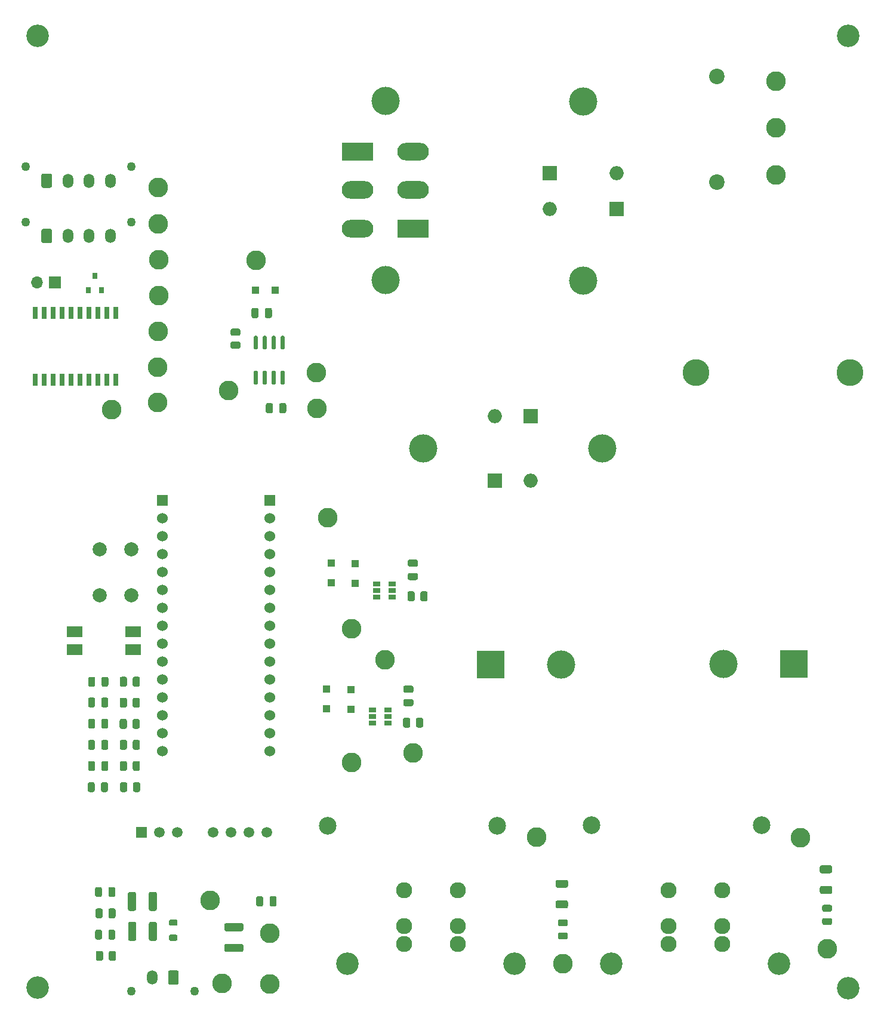
<source format=gts>
%TF.GenerationSoftware,KiCad,Pcbnew,(5.1.9)-1*%
%TF.CreationDate,2021-04-03T20:29:17-05:00*%
%TF.ProjectId,MPPT,4d505054-2e6b-4696-9361-645f70636258,1.3.0*%
%TF.SameCoordinates,Original*%
%TF.FileFunction,Soldermask,Top*%
%TF.FilePolarity,Negative*%
%FSLAX46Y46*%
G04 Gerber Fmt 4.6, Leading zero omitted, Abs format (unit mm)*
G04 Created by KiCad (PCBNEW (5.1.9)-1) date 2021-04-03 20:29:17*
%MOMM*%
%LPD*%
G01*
G04 APERTURE LIST*
%ADD10C,2.200000*%
%ADD11O,2.000000X2.000000*%
%ADD12R,2.000000X2.000000*%
%ADD13R,1.100000X1.100000*%
%ADD14C,2.800000*%
%ADD15C,4.000000*%
%ADD16C,3.200000*%
%ADD17R,0.650000X1.800000*%
%ADD18R,2.160000X1.520000*%
%ADD19C,2.000000*%
%ADD20R,0.800000X0.900000*%
%ADD21C,1.508000*%
%ADD22R,1.508000X1.508000*%
%ADD23O,1.700000X1.700000*%
%ADD24R,1.700000X1.700000*%
%ADD25O,1.500000X2.020000*%
%ADD26C,1.270000*%
%ADD27O,4.500000X2.500000*%
%ADD28R,4.500000X2.500000*%
%ADD29R,1.060000X0.650000*%
%ADD30C,3.800000*%
%ADD31C,2.286000*%
%ADD32R,1.530000X1.530000*%
%ADD33C,1.530000*%
%ADD34C,2.500000*%
%ADD35R,4.000000X4.000000*%
G04 APERTURE END LIST*
D10*
%TO.C,C9*%
X118920000Y-28255000D03*
X118920000Y-43255000D03*
%TD*%
D11*
%TO.C,R13*%
X104630000Y-41985000D03*
D12*
X104630000Y-47065000D03*
%TD*%
D13*
%TO.C,D3*%
X56270000Y-58575000D03*
X53470000Y-58575000D03*
%TD*%
D14*
%TO.C,TP13*%
X53510000Y-54295000D03*
%TD*%
D15*
%TO.C,HS2*%
X99920000Y-31815000D03*
X99920000Y-57215000D03*
%TD*%
%TO.C,R1*%
G36*
G01*
X50149998Y-65840000D02*
X51050002Y-65840000D01*
G75*
G02*
X51300000Y-66089998I0J-249998D01*
G01*
X51300000Y-66615002D01*
G75*
G02*
X51050002Y-66865000I-249998J0D01*
G01*
X50149998Y-66865000D01*
G75*
G02*
X49900000Y-66615002I0J249998D01*
G01*
X49900000Y-66089998D01*
G75*
G02*
X50149998Y-65840000I249998J0D01*
G01*
G37*
G36*
G01*
X50149998Y-64015000D02*
X51050002Y-64015000D01*
G75*
G02*
X51300000Y-64264998I0J-249998D01*
G01*
X51300000Y-64790002D01*
G75*
G02*
X51050002Y-65040000I-249998J0D01*
G01*
X50149998Y-65040000D01*
G75*
G02*
X49900000Y-64790002I0J249998D01*
G01*
X49900000Y-64264998D01*
G75*
G02*
X50149998Y-64015000I249998J0D01*
G01*
G37*
%TD*%
%TO.C,C1*%
G36*
G01*
X55910000Y-74820000D02*
X55910000Y-75770000D01*
G75*
G02*
X55660000Y-76020000I-250000J0D01*
G01*
X55160000Y-76020000D01*
G75*
G02*
X54910000Y-75770000I0J250000D01*
G01*
X54910000Y-74820000D01*
G75*
G02*
X55160000Y-74570000I250000J0D01*
G01*
X55660000Y-74570000D01*
G75*
G02*
X55910000Y-74820000I0J-250000D01*
G01*
G37*
G36*
G01*
X57810000Y-74820000D02*
X57810000Y-75770000D01*
G75*
G02*
X57560000Y-76020000I-250000J0D01*
G01*
X57060000Y-76020000D01*
G75*
G02*
X56810000Y-75770000I0J250000D01*
G01*
X56810000Y-74820000D01*
G75*
G02*
X57060000Y-74570000I250000J0D01*
G01*
X57560000Y-74570000D01*
G75*
G02*
X57810000Y-74820000I0J-250000D01*
G01*
G37*
%TD*%
%TO.C,LED2*%
G36*
G01*
X97506250Y-148755000D02*
X96593750Y-148755000D01*
G75*
G02*
X96350000Y-148511250I0J243750D01*
G01*
X96350000Y-148023750D01*
G75*
G02*
X96593750Y-147780000I243750J0D01*
G01*
X97506250Y-147780000D01*
G75*
G02*
X97750000Y-148023750I0J-243750D01*
G01*
X97750000Y-148511250D01*
G75*
G02*
X97506250Y-148755000I-243750J0D01*
G01*
G37*
G36*
G01*
X97506250Y-150630000D02*
X96593750Y-150630000D01*
G75*
G02*
X96350000Y-150386250I0J243750D01*
G01*
X96350000Y-149898750D01*
G75*
G02*
X96593750Y-149655000I243750J0D01*
G01*
X97506250Y-149655000D01*
G75*
G02*
X97750000Y-149898750I0J-243750D01*
G01*
X97750000Y-150386250D01*
G75*
G02*
X97506250Y-150630000I-243750J0D01*
G01*
G37*
%TD*%
D16*
%TO.C,H4*%
X22500000Y-22470000D03*
%TD*%
%TO.C,H3*%
X137500000Y-22470000D03*
%TD*%
%TO.C,H2*%
X22500000Y-157470000D03*
%TD*%
%TO.C,C4*%
G36*
G01*
X36525000Y-148389999D02*
X36525000Y-150590001D01*
G75*
G02*
X36275001Y-150840000I-249999J0D01*
G01*
X35624999Y-150840000D01*
G75*
G02*
X35375000Y-150590001I0J249999D01*
G01*
X35375000Y-148389999D01*
G75*
G02*
X35624999Y-148140000I249999J0D01*
G01*
X36275001Y-148140000D01*
G75*
G02*
X36525000Y-148389999I0J-249999D01*
G01*
G37*
G36*
G01*
X39475000Y-148389999D02*
X39475000Y-150590001D01*
G75*
G02*
X39225001Y-150840000I-249999J0D01*
G01*
X38574999Y-150840000D01*
G75*
G02*
X38325000Y-150590001I0J249999D01*
G01*
X38325000Y-148389999D01*
G75*
G02*
X38574999Y-148140000I249999J0D01*
G01*
X39225001Y-148140000D01*
G75*
G02*
X39475000Y-148389999I0J-249999D01*
G01*
G37*
%TD*%
%TO.C,C7*%
G36*
G01*
X51475001Y-149470000D02*
X49274999Y-149470000D01*
G75*
G02*
X49025000Y-149220001I0J249999D01*
G01*
X49025000Y-148569999D01*
G75*
G02*
X49274999Y-148320000I249999J0D01*
G01*
X51475001Y-148320000D01*
G75*
G02*
X51725000Y-148569999I0J-249999D01*
G01*
X51725000Y-149220001D01*
G75*
G02*
X51475001Y-149470000I-249999J0D01*
G01*
G37*
G36*
G01*
X51475001Y-152420000D02*
X49274999Y-152420000D01*
G75*
G02*
X49025000Y-152170001I0J249999D01*
G01*
X49025000Y-151519999D01*
G75*
G02*
X49274999Y-151270000I249999J0D01*
G01*
X51475001Y-151270000D01*
G75*
G02*
X51725000Y-151519999I0J-249999D01*
G01*
X51725000Y-152170001D01*
G75*
G02*
X51475001Y-152420000I-249999J0D01*
G01*
G37*
%TD*%
%TO.C,C6*%
G36*
G01*
X55435000Y-145705000D02*
X55435000Y-144755000D01*
G75*
G02*
X55685000Y-144505000I250000J0D01*
G01*
X56185000Y-144505000D01*
G75*
G02*
X56435000Y-144755000I0J-250000D01*
G01*
X56435000Y-145705000D01*
G75*
G02*
X56185000Y-145955000I-250000J0D01*
G01*
X55685000Y-145955000D01*
G75*
G02*
X55435000Y-145705000I0J250000D01*
G01*
G37*
G36*
G01*
X53535000Y-145705000D02*
X53535000Y-144755000D01*
G75*
G02*
X53785000Y-144505000I250000J0D01*
G01*
X54285000Y-144505000D01*
G75*
G02*
X54535000Y-144755000I0J-250000D01*
G01*
X54535000Y-145705000D01*
G75*
G02*
X54285000Y-145955000I-250000J0D01*
G01*
X53785000Y-145955000D01*
G75*
G02*
X53535000Y-145705000I0J250000D01*
G01*
G37*
%TD*%
%TO.C,C5*%
G36*
G01*
X36505000Y-144139999D02*
X36505000Y-146340001D01*
G75*
G02*
X36255001Y-146590000I-249999J0D01*
G01*
X35604999Y-146590000D01*
G75*
G02*
X35355000Y-146340001I0J249999D01*
G01*
X35355000Y-144139999D01*
G75*
G02*
X35604999Y-143890000I249999J0D01*
G01*
X36255001Y-143890000D01*
G75*
G02*
X36505000Y-144139999I0J-249999D01*
G01*
G37*
G36*
G01*
X39455000Y-144139999D02*
X39455000Y-146340001D01*
G75*
G02*
X39205001Y-146590000I-249999J0D01*
G01*
X38554999Y-146590000D01*
G75*
G02*
X38305000Y-146340001I0J249999D01*
G01*
X38305000Y-144139999D01*
G75*
G02*
X38554999Y-143890000I249999J0D01*
G01*
X39205001Y-143890000D01*
G75*
G02*
X39455000Y-144139999I0J-249999D01*
G01*
G37*
%TD*%
%TO.C,R11*%
G36*
G01*
X36020000Y-114535002D02*
X36020000Y-113634998D01*
G75*
G02*
X36269998Y-113385000I249998J0D01*
G01*
X36795002Y-113385000D01*
G75*
G02*
X37045000Y-113634998I0J-249998D01*
G01*
X37045000Y-114535002D01*
G75*
G02*
X36795002Y-114785000I-249998J0D01*
G01*
X36269998Y-114785000D01*
G75*
G02*
X36020000Y-114535002I0J249998D01*
G01*
G37*
G36*
G01*
X34195000Y-114535002D02*
X34195000Y-113634998D01*
G75*
G02*
X34444998Y-113385000I249998J0D01*
G01*
X34970002Y-113385000D01*
G75*
G02*
X35220000Y-113634998I0J-249998D01*
G01*
X35220000Y-114535002D01*
G75*
G02*
X34970002Y-114785000I-249998J0D01*
G01*
X34444998Y-114785000D01*
G75*
G02*
X34195000Y-114535002I0J249998D01*
G01*
G37*
%TD*%
%TO.C,LED10*%
G36*
G01*
X31600000Y-114551250D02*
X31600000Y-113638750D01*
G75*
G02*
X31843750Y-113395000I243750J0D01*
G01*
X32331250Y-113395000D01*
G75*
G02*
X32575000Y-113638750I0J-243750D01*
G01*
X32575000Y-114551250D01*
G75*
G02*
X32331250Y-114795000I-243750J0D01*
G01*
X31843750Y-114795000D01*
G75*
G02*
X31600000Y-114551250I0J243750D01*
G01*
G37*
G36*
G01*
X29725000Y-114551250D02*
X29725000Y-113638750D01*
G75*
G02*
X29968750Y-113395000I243750J0D01*
G01*
X30456250Y-113395000D01*
G75*
G02*
X30700000Y-113638750I0J-243750D01*
G01*
X30700000Y-114551250D01*
G75*
G02*
X30456250Y-114795000I-243750J0D01*
G01*
X29968750Y-114795000D01*
G75*
G02*
X29725000Y-114551250I0J243750D01*
G01*
G37*
%TD*%
D17*
%TO.C,U8*%
X22180000Y-61825000D03*
X23450000Y-61825000D03*
X24720000Y-61825000D03*
X25990000Y-61825000D03*
X27260000Y-61825000D03*
X28530000Y-61825000D03*
X29800000Y-61825000D03*
X31070000Y-61825000D03*
X32340000Y-61825000D03*
X33610000Y-61825000D03*
X33610000Y-71275000D03*
X32340000Y-71275000D03*
X31070000Y-71275000D03*
X29800000Y-71275000D03*
X28530000Y-71275000D03*
X27260000Y-71275000D03*
X25990000Y-71275000D03*
X24720000Y-71275000D03*
X23450000Y-71275000D03*
X22180000Y-71275000D03*
%TD*%
D18*
%TO.C,SW2*%
X36050000Y-109515000D03*
X36050000Y-106975000D03*
X27790000Y-109515000D03*
X27790000Y-106975000D03*
%TD*%
D19*
%TO.C,SW1*%
X35825000Y-101805000D03*
X31325000Y-101805000D03*
X35825000Y-95305000D03*
X31325000Y-95305000D03*
%TD*%
%TO.C,R2*%
G36*
G01*
X134985002Y-141247500D02*
X133734998Y-141247500D01*
G75*
G02*
X133485000Y-140997502I0J249998D01*
G01*
X133485000Y-140372498D01*
G75*
G02*
X133734998Y-140122500I249998J0D01*
G01*
X134985002Y-140122500D01*
G75*
G02*
X135235000Y-140372498I0J-249998D01*
G01*
X135235000Y-140997502D01*
G75*
G02*
X134985002Y-141247500I-249998J0D01*
G01*
G37*
G36*
G01*
X134985002Y-144172500D02*
X133734998Y-144172500D01*
G75*
G02*
X133485000Y-143922502I0J249998D01*
G01*
X133485000Y-143297498D01*
G75*
G02*
X133734998Y-143047500I249998J0D01*
G01*
X134985002Y-143047500D01*
G75*
G02*
X135235000Y-143297498I0J-249998D01*
G01*
X135235000Y-143922502D01*
G75*
G02*
X134985002Y-144172500I-249998J0D01*
G01*
G37*
%TD*%
%TO.C,LED1*%
G36*
G01*
X134981250Y-146705000D02*
X134068750Y-146705000D01*
G75*
G02*
X133825000Y-146461250I0J243750D01*
G01*
X133825000Y-145973750D01*
G75*
G02*
X134068750Y-145730000I243750J0D01*
G01*
X134981250Y-145730000D01*
G75*
G02*
X135225000Y-145973750I0J-243750D01*
G01*
X135225000Y-146461250D01*
G75*
G02*
X134981250Y-146705000I-243750J0D01*
G01*
G37*
G36*
G01*
X134981250Y-148580000D02*
X134068750Y-148580000D01*
G75*
G02*
X133825000Y-148336250I0J243750D01*
G01*
X133825000Y-147848750D01*
G75*
G02*
X134068750Y-147605000I243750J0D01*
G01*
X134981250Y-147605000D01*
G75*
G02*
X135225000Y-147848750I0J-243750D01*
G01*
X135225000Y-148336250D01*
G75*
G02*
X134981250Y-148580000I-243750J0D01*
G01*
G37*
%TD*%
D20*
%TO.C,U9*%
X30675000Y-56550000D03*
X31625000Y-58550000D03*
X29725000Y-58550000D03*
%TD*%
D21*
%TO.C,U3*%
X55035000Y-135420000D03*
X52495000Y-135420000D03*
X49955000Y-135420000D03*
X47415000Y-135420000D03*
X42335000Y-135420000D03*
X39795000Y-135420000D03*
D22*
X37255000Y-135420000D03*
%TD*%
%TO.C,U2*%
G36*
G01*
X53620000Y-66990000D02*
X53320000Y-66990000D01*
G75*
G02*
X53170000Y-66840000I0J150000D01*
G01*
X53170000Y-65190000D01*
G75*
G02*
X53320000Y-65040000I150000J0D01*
G01*
X53620000Y-65040000D01*
G75*
G02*
X53770000Y-65190000I0J-150000D01*
G01*
X53770000Y-66840000D01*
G75*
G02*
X53620000Y-66990000I-150000J0D01*
G01*
G37*
G36*
G01*
X54890000Y-66990000D02*
X54590000Y-66990000D01*
G75*
G02*
X54440000Y-66840000I0J150000D01*
G01*
X54440000Y-65190000D01*
G75*
G02*
X54590000Y-65040000I150000J0D01*
G01*
X54890000Y-65040000D01*
G75*
G02*
X55040000Y-65190000I0J-150000D01*
G01*
X55040000Y-66840000D01*
G75*
G02*
X54890000Y-66990000I-150000J0D01*
G01*
G37*
G36*
G01*
X56160000Y-66990000D02*
X55860000Y-66990000D01*
G75*
G02*
X55710000Y-66840000I0J150000D01*
G01*
X55710000Y-65190000D01*
G75*
G02*
X55860000Y-65040000I150000J0D01*
G01*
X56160000Y-65040000D01*
G75*
G02*
X56310000Y-65190000I0J-150000D01*
G01*
X56310000Y-66840000D01*
G75*
G02*
X56160000Y-66990000I-150000J0D01*
G01*
G37*
G36*
G01*
X57430000Y-66990000D02*
X57130000Y-66990000D01*
G75*
G02*
X56980000Y-66840000I0J150000D01*
G01*
X56980000Y-65190000D01*
G75*
G02*
X57130000Y-65040000I150000J0D01*
G01*
X57430000Y-65040000D01*
G75*
G02*
X57580000Y-65190000I0J-150000D01*
G01*
X57580000Y-66840000D01*
G75*
G02*
X57430000Y-66990000I-150000J0D01*
G01*
G37*
G36*
G01*
X57430000Y-71940000D02*
X57130000Y-71940000D01*
G75*
G02*
X56980000Y-71790000I0J150000D01*
G01*
X56980000Y-70140000D01*
G75*
G02*
X57130000Y-69990000I150000J0D01*
G01*
X57430000Y-69990000D01*
G75*
G02*
X57580000Y-70140000I0J-150000D01*
G01*
X57580000Y-71790000D01*
G75*
G02*
X57430000Y-71940000I-150000J0D01*
G01*
G37*
G36*
G01*
X56160000Y-71940000D02*
X55860000Y-71940000D01*
G75*
G02*
X55710000Y-71790000I0J150000D01*
G01*
X55710000Y-70140000D01*
G75*
G02*
X55860000Y-69990000I150000J0D01*
G01*
X56160000Y-69990000D01*
G75*
G02*
X56310000Y-70140000I0J-150000D01*
G01*
X56310000Y-71790000D01*
G75*
G02*
X56160000Y-71940000I-150000J0D01*
G01*
G37*
G36*
G01*
X54890000Y-71940000D02*
X54590000Y-71940000D01*
G75*
G02*
X54440000Y-71790000I0J150000D01*
G01*
X54440000Y-70140000D01*
G75*
G02*
X54590000Y-69990000I150000J0D01*
G01*
X54890000Y-69990000D01*
G75*
G02*
X55040000Y-70140000I0J-150000D01*
G01*
X55040000Y-71790000D01*
G75*
G02*
X54890000Y-71940000I-150000J0D01*
G01*
G37*
G36*
G01*
X53620000Y-71940000D02*
X53320000Y-71940000D01*
G75*
G02*
X53170000Y-71790000I0J150000D01*
G01*
X53170000Y-70140000D01*
G75*
G02*
X53320000Y-69990000I150000J0D01*
G01*
X53620000Y-69990000D01*
G75*
G02*
X53770000Y-70140000I0J-150000D01*
G01*
X53770000Y-71790000D01*
G75*
G02*
X53620000Y-71940000I-150000J0D01*
G01*
G37*
%TD*%
D14*
%TO.C,TP28*%
X39625000Y-44015000D03*
%TD*%
%TO.C,TP27*%
X39675000Y-49190000D03*
%TD*%
%TO.C,TP26*%
X39590000Y-69490000D03*
%TD*%
%TO.C,TP25*%
X39725000Y-54265000D03*
%TD*%
%TO.C,TP24*%
X39725000Y-59340000D03*
%TD*%
%TO.C,TP23*%
X39650000Y-64390000D03*
%TD*%
%TO.C,TP22*%
X33000000Y-75465000D03*
%TD*%
%TO.C,TP21*%
X39550000Y-74515000D03*
%TD*%
%TO.C,TP19*%
X71840000Y-111005000D03*
%TD*%
%TO.C,TP18*%
X67040000Y-125515000D03*
%TD*%
%TO.C,TP17*%
X67060000Y-106605000D03*
%TD*%
%TO.C,TP16*%
X97050000Y-154055000D03*
%TD*%
%TO.C,TP15*%
X127280000Y-28965000D03*
%TD*%
%TO.C,TP14*%
X127240000Y-35575000D03*
%TD*%
%TO.C,TP12*%
X134525000Y-151955000D03*
%TD*%
%TO.C,TP11*%
X93300000Y-136105000D03*
%TD*%
%TO.C,TP10*%
X127270000Y-42185000D03*
%TD*%
%TO.C,TP9*%
X130775000Y-136180000D03*
%TD*%
%TO.C,TP8*%
X55445000Y-149760000D03*
%TD*%
%TO.C,TP7*%
X46975000Y-145070000D03*
%TD*%
%TO.C,TP6*%
X48675000Y-156850000D03*
%TD*%
%TO.C,TP5*%
X55445000Y-156910000D03*
%TD*%
%TO.C,TP4*%
X62060000Y-70255000D03*
%TD*%
%TO.C,TP3*%
X62140000Y-75295000D03*
%TD*%
%TO.C,TP2*%
X49590000Y-72785000D03*
%TD*%
%TO.C,TP1*%
X63685000Y-90840000D03*
%TD*%
%TO.C,R10*%
G36*
G01*
X36060000Y-129485002D02*
X36060000Y-128584998D01*
G75*
G02*
X36309998Y-128335000I249998J0D01*
G01*
X36835002Y-128335000D01*
G75*
G02*
X37085000Y-128584998I0J-249998D01*
G01*
X37085000Y-129485002D01*
G75*
G02*
X36835002Y-129735000I-249998J0D01*
G01*
X36309998Y-129735000D01*
G75*
G02*
X36060000Y-129485002I0J249998D01*
G01*
G37*
G36*
G01*
X34235000Y-129485002D02*
X34235000Y-128584998D01*
G75*
G02*
X34484998Y-128335000I249998J0D01*
G01*
X35010002Y-128335000D01*
G75*
G02*
X35260000Y-128584998I0J-249998D01*
G01*
X35260000Y-129485002D01*
G75*
G02*
X35010002Y-129735000I-249998J0D01*
G01*
X34484998Y-129735000D01*
G75*
G02*
X34235000Y-129485002I0J249998D01*
G01*
G37*
%TD*%
%TO.C,R9*%
G36*
G01*
X36030000Y-126485002D02*
X36030000Y-125584998D01*
G75*
G02*
X36279998Y-125335000I249998J0D01*
G01*
X36805002Y-125335000D01*
G75*
G02*
X37055000Y-125584998I0J-249998D01*
G01*
X37055000Y-126485002D01*
G75*
G02*
X36805002Y-126735000I-249998J0D01*
G01*
X36279998Y-126735000D01*
G75*
G02*
X36030000Y-126485002I0J249998D01*
G01*
G37*
G36*
G01*
X34205000Y-126485002D02*
X34205000Y-125584998D01*
G75*
G02*
X34454998Y-125335000I249998J0D01*
G01*
X34980002Y-125335000D01*
G75*
G02*
X35230000Y-125584998I0J-249998D01*
G01*
X35230000Y-126485002D01*
G75*
G02*
X34980002Y-126735000I-249998J0D01*
G01*
X34454998Y-126735000D01*
G75*
G02*
X34205000Y-126485002I0J249998D01*
G01*
G37*
%TD*%
%TO.C,R8*%
G36*
G01*
X36020000Y-123485002D02*
X36020000Y-122584998D01*
G75*
G02*
X36269998Y-122335000I249998J0D01*
G01*
X36795002Y-122335000D01*
G75*
G02*
X37045000Y-122584998I0J-249998D01*
G01*
X37045000Y-123485002D01*
G75*
G02*
X36795002Y-123735000I-249998J0D01*
G01*
X36269998Y-123735000D01*
G75*
G02*
X36020000Y-123485002I0J249998D01*
G01*
G37*
G36*
G01*
X34195000Y-123485002D02*
X34195000Y-122584998D01*
G75*
G02*
X34444998Y-122335000I249998J0D01*
G01*
X34970002Y-122335000D01*
G75*
G02*
X35220000Y-122584998I0J-249998D01*
G01*
X35220000Y-123485002D01*
G75*
G02*
X34970002Y-123735000I-249998J0D01*
G01*
X34444998Y-123735000D01*
G75*
G02*
X34195000Y-123485002I0J249998D01*
G01*
G37*
%TD*%
%TO.C,R7*%
G36*
G01*
X36010000Y-117505002D02*
X36010000Y-116604998D01*
G75*
G02*
X36259998Y-116355000I249998J0D01*
G01*
X36785002Y-116355000D01*
G75*
G02*
X37035000Y-116604998I0J-249998D01*
G01*
X37035000Y-117505002D01*
G75*
G02*
X36785002Y-117755000I-249998J0D01*
G01*
X36259998Y-117755000D01*
G75*
G02*
X36010000Y-117505002I0J249998D01*
G01*
G37*
G36*
G01*
X34185000Y-117505002D02*
X34185000Y-116604998D01*
G75*
G02*
X34434998Y-116355000I249998J0D01*
G01*
X34960002Y-116355000D01*
G75*
G02*
X35210000Y-116604998I0J-249998D01*
G01*
X35210000Y-117505002D01*
G75*
G02*
X34960002Y-117755000I-249998J0D01*
G01*
X34434998Y-117755000D01*
G75*
G02*
X34185000Y-117505002I0J249998D01*
G01*
G37*
%TD*%
%TO.C,R6*%
G36*
G01*
X36000000Y-120515002D02*
X36000000Y-119614998D01*
G75*
G02*
X36249998Y-119365000I249998J0D01*
G01*
X36775002Y-119365000D01*
G75*
G02*
X37025000Y-119614998I0J-249998D01*
G01*
X37025000Y-120515002D01*
G75*
G02*
X36775002Y-120765000I-249998J0D01*
G01*
X36249998Y-120765000D01*
G75*
G02*
X36000000Y-120515002I0J249998D01*
G01*
G37*
G36*
G01*
X34175000Y-120515002D02*
X34175000Y-119614998D01*
G75*
G02*
X34424998Y-119365000I249998J0D01*
G01*
X34950002Y-119365000D01*
G75*
G02*
X35200000Y-119614998I0J-249998D01*
G01*
X35200000Y-120515002D01*
G75*
G02*
X34950002Y-120765000I-249998J0D01*
G01*
X34424998Y-120765000D01*
G75*
G02*
X34175000Y-120515002I0J249998D01*
G01*
G37*
%TD*%
%TO.C,R5*%
G36*
G01*
X32575000Y-147380002D02*
X32575000Y-146479998D01*
G75*
G02*
X32824998Y-146230000I249998J0D01*
G01*
X33350002Y-146230000D01*
G75*
G02*
X33600000Y-146479998I0J-249998D01*
G01*
X33600000Y-147380002D01*
G75*
G02*
X33350002Y-147630000I-249998J0D01*
G01*
X32824998Y-147630000D01*
G75*
G02*
X32575000Y-147380002I0J249998D01*
G01*
G37*
G36*
G01*
X30750000Y-147380002D02*
X30750000Y-146479998D01*
G75*
G02*
X30999998Y-146230000I249998J0D01*
G01*
X31525002Y-146230000D01*
G75*
G02*
X31775000Y-146479998I0J-249998D01*
G01*
X31775000Y-147380002D01*
G75*
G02*
X31525002Y-147630000I-249998J0D01*
G01*
X30999998Y-147630000D01*
G75*
G02*
X30750000Y-147380002I0J249998D01*
G01*
G37*
%TD*%
%TO.C,R4*%
G36*
G01*
X32625000Y-153405002D02*
X32625000Y-152504998D01*
G75*
G02*
X32874998Y-152255000I249998J0D01*
G01*
X33400002Y-152255000D01*
G75*
G02*
X33650000Y-152504998I0J-249998D01*
G01*
X33650000Y-153405002D01*
G75*
G02*
X33400002Y-153655000I-249998J0D01*
G01*
X32874998Y-153655000D01*
G75*
G02*
X32625000Y-153405002I0J249998D01*
G01*
G37*
G36*
G01*
X30800000Y-153405002D02*
X30800000Y-152504998D01*
G75*
G02*
X31049998Y-152255000I249998J0D01*
G01*
X31575002Y-152255000D01*
G75*
G02*
X31825000Y-152504998I0J-249998D01*
G01*
X31825000Y-153405002D01*
G75*
G02*
X31575002Y-153655000I-249998J0D01*
G01*
X31049998Y-153655000D01*
G75*
G02*
X30800000Y-153405002I0J249998D01*
G01*
G37*
%TD*%
%TO.C,R3*%
G36*
G01*
X97515002Y-143305000D02*
X96264998Y-143305000D01*
G75*
G02*
X96015000Y-143055002I0J249998D01*
G01*
X96015000Y-142429998D01*
G75*
G02*
X96264998Y-142180000I249998J0D01*
G01*
X97515002Y-142180000D01*
G75*
G02*
X97765000Y-142429998I0J-249998D01*
G01*
X97765000Y-143055002D01*
G75*
G02*
X97515002Y-143305000I-249998J0D01*
G01*
G37*
G36*
G01*
X97515002Y-146230000D02*
X96264998Y-146230000D01*
G75*
G02*
X96015000Y-145980002I0J249998D01*
G01*
X96015000Y-145354998D01*
G75*
G02*
X96264998Y-145105000I249998J0D01*
G01*
X97515002Y-145105000D01*
G75*
G02*
X97765000Y-145354998I0J-249998D01*
G01*
X97765000Y-145980002D01*
G75*
G02*
X97515002Y-146230000I-249998J0D01*
G01*
G37*
%TD*%
%TO.C,LED9*%
G36*
G01*
X31530000Y-129491250D02*
X31530000Y-128578750D01*
G75*
G02*
X31773750Y-128335000I243750J0D01*
G01*
X32261250Y-128335000D01*
G75*
G02*
X32505000Y-128578750I0J-243750D01*
G01*
X32505000Y-129491250D01*
G75*
G02*
X32261250Y-129735000I-243750J0D01*
G01*
X31773750Y-129735000D01*
G75*
G02*
X31530000Y-129491250I0J243750D01*
G01*
G37*
G36*
G01*
X29655000Y-129491250D02*
X29655000Y-128578750D01*
G75*
G02*
X29898750Y-128335000I243750J0D01*
G01*
X30386250Y-128335000D01*
G75*
G02*
X30630000Y-128578750I0J-243750D01*
G01*
X30630000Y-129491250D01*
G75*
G02*
X30386250Y-129735000I-243750J0D01*
G01*
X29898750Y-129735000D01*
G75*
G02*
X29655000Y-129491250I0J243750D01*
G01*
G37*
%TD*%
%TO.C,LED8*%
G36*
G01*
X31580000Y-126491250D02*
X31580000Y-125578750D01*
G75*
G02*
X31823750Y-125335000I243750J0D01*
G01*
X32311250Y-125335000D01*
G75*
G02*
X32555000Y-125578750I0J-243750D01*
G01*
X32555000Y-126491250D01*
G75*
G02*
X32311250Y-126735000I-243750J0D01*
G01*
X31823750Y-126735000D01*
G75*
G02*
X31580000Y-126491250I0J243750D01*
G01*
G37*
G36*
G01*
X29705000Y-126491250D02*
X29705000Y-125578750D01*
G75*
G02*
X29948750Y-125335000I243750J0D01*
G01*
X30436250Y-125335000D01*
G75*
G02*
X30680000Y-125578750I0J-243750D01*
G01*
X30680000Y-126491250D01*
G75*
G02*
X30436250Y-126735000I-243750J0D01*
G01*
X29948750Y-126735000D01*
G75*
G02*
X29705000Y-126491250I0J243750D01*
G01*
G37*
%TD*%
%TO.C,LED7*%
G36*
G01*
X31570000Y-123491250D02*
X31570000Y-122578750D01*
G75*
G02*
X31813750Y-122335000I243750J0D01*
G01*
X32301250Y-122335000D01*
G75*
G02*
X32545000Y-122578750I0J-243750D01*
G01*
X32545000Y-123491250D01*
G75*
G02*
X32301250Y-123735000I-243750J0D01*
G01*
X31813750Y-123735000D01*
G75*
G02*
X31570000Y-123491250I0J243750D01*
G01*
G37*
G36*
G01*
X29695000Y-123491250D02*
X29695000Y-122578750D01*
G75*
G02*
X29938750Y-122335000I243750J0D01*
G01*
X30426250Y-122335000D01*
G75*
G02*
X30670000Y-122578750I0J-243750D01*
G01*
X30670000Y-123491250D01*
G75*
G02*
X30426250Y-123735000I-243750J0D01*
G01*
X29938750Y-123735000D01*
G75*
G02*
X29695000Y-123491250I0J243750D01*
G01*
G37*
%TD*%
%TO.C,LED6*%
G36*
G01*
X31577500Y-117481250D02*
X31577500Y-116568750D01*
G75*
G02*
X31821250Y-116325000I243750J0D01*
G01*
X32308750Y-116325000D01*
G75*
G02*
X32552500Y-116568750I0J-243750D01*
G01*
X32552500Y-117481250D01*
G75*
G02*
X32308750Y-117725000I-243750J0D01*
G01*
X31821250Y-117725000D01*
G75*
G02*
X31577500Y-117481250I0J243750D01*
G01*
G37*
G36*
G01*
X29702500Y-117481250D02*
X29702500Y-116568750D01*
G75*
G02*
X29946250Y-116325000I243750J0D01*
G01*
X30433750Y-116325000D01*
G75*
G02*
X30677500Y-116568750I0J-243750D01*
G01*
X30677500Y-117481250D01*
G75*
G02*
X30433750Y-117725000I-243750J0D01*
G01*
X29946250Y-117725000D01*
G75*
G02*
X29702500Y-117481250I0J243750D01*
G01*
G37*
%TD*%
%TO.C,LED5*%
G36*
G01*
X31590000Y-120491250D02*
X31590000Y-119578750D01*
G75*
G02*
X31833750Y-119335000I243750J0D01*
G01*
X32321250Y-119335000D01*
G75*
G02*
X32565000Y-119578750I0J-243750D01*
G01*
X32565000Y-120491250D01*
G75*
G02*
X32321250Y-120735000I-243750J0D01*
G01*
X31833750Y-120735000D01*
G75*
G02*
X31590000Y-120491250I0J243750D01*
G01*
G37*
G36*
G01*
X29715000Y-120491250D02*
X29715000Y-119578750D01*
G75*
G02*
X29958750Y-119335000I243750J0D01*
G01*
X30446250Y-119335000D01*
G75*
G02*
X30690000Y-119578750I0J-243750D01*
G01*
X30690000Y-120491250D01*
G75*
G02*
X30446250Y-120735000I-243750J0D01*
G01*
X29958750Y-120735000D01*
G75*
G02*
X29715000Y-120491250I0J243750D01*
G01*
G37*
%TD*%
%TO.C,LED4*%
G36*
G01*
X31675000Y-143448750D02*
X31675000Y-144361250D01*
G75*
G02*
X31431250Y-144605000I-243750J0D01*
G01*
X30943750Y-144605000D01*
G75*
G02*
X30700000Y-144361250I0J243750D01*
G01*
X30700000Y-143448750D01*
G75*
G02*
X30943750Y-143205000I243750J0D01*
G01*
X31431250Y-143205000D01*
G75*
G02*
X31675000Y-143448750I0J-243750D01*
G01*
G37*
G36*
G01*
X33550000Y-143448750D02*
X33550000Y-144361250D01*
G75*
G02*
X33306250Y-144605000I-243750J0D01*
G01*
X32818750Y-144605000D01*
G75*
G02*
X32575000Y-144361250I0J243750D01*
G01*
X32575000Y-143448750D01*
G75*
G02*
X32818750Y-143205000I243750J0D01*
G01*
X33306250Y-143205000D01*
G75*
G02*
X33550000Y-143448750I0J-243750D01*
G01*
G37*
%TD*%
%TO.C,LED3*%
G36*
G01*
X31675000Y-149498750D02*
X31675000Y-150411250D01*
G75*
G02*
X31431250Y-150655000I-243750J0D01*
G01*
X30943750Y-150655000D01*
G75*
G02*
X30700000Y-150411250I0J243750D01*
G01*
X30700000Y-149498750D01*
G75*
G02*
X30943750Y-149255000I243750J0D01*
G01*
X31431250Y-149255000D01*
G75*
G02*
X31675000Y-149498750I0J-243750D01*
G01*
G37*
G36*
G01*
X33550000Y-149498750D02*
X33550000Y-150411250D01*
G75*
G02*
X33306250Y-150655000I-243750J0D01*
G01*
X32818750Y-150655000D01*
G75*
G02*
X32575000Y-150411250I0J243750D01*
G01*
X32575000Y-149498750D01*
G75*
G02*
X32818750Y-149255000I243750J0D01*
G01*
X33306250Y-149255000D01*
G75*
G02*
X33550000Y-149498750I0J-243750D01*
G01*
G37*
%TD*%
%TO.C,L1*%
G36*
G01*
X42156250Y-148695000D02*
X41393750Y-148695000D01*
G75*
G02*
X41175000Y-148476250I0J218750D01*
G01*
X41175000Y-148038750D01*
G75*
G02*
X41393750Y-147820000I218750J0D01*
G01*
X42156250Y-147820000D01*
G75*
G02*
X42375000Y-148038750I0J-218750D01*
G01*
X42375000Y-148476250D01*
G75*
G02*
X42156250Y-148695000I-218750J0D01*
G01*
G37*
G36*
G01*
X42156250Y-150820000D02*
X41393750Y-150820000D01*
G75*
G02*
X41175000Y-150601250I0J218750D01*
G01*
X41175000Y-150163750D01*
G75*
G02*
X41393750Y-149945000I218750J0D01*
G01*
X42156250Y-149945000D01*
G75*
G02*
X42375000Y-150163750I0J-218750D01*
G01*
X42375000Y-150601250D01*
G75*
G02*
X42156250Y-150820000I-218750J0D01*
G01*
G37*
%TD*%
D23*
%TO.C,JP1*%
X22410000Y-57490000D03*
D24*
X24950000Y-57490000D03*
%TD*%
D25*
%TO.C,J1*%
X38795000Y-156040000D03*
G36*
G01*
X42545000Y-155280000D02*
X42545000Y-156800000D01*
G75*
G02*
X42295000Y-157050000I-250000J0D01*
G01*
X41295000Y-157050000D01*
G75*
G02*
X41045000Y-156800000I0J250000D01*
G01*
X41045000Y-155280000D01*
G75*
G02*
X41295000Y-155030000I250000J0D01*
G01*
X42295000Y-155030000D01*
G75*
G02*
X42545000Y-155280000I0J-250000D01*
G01*
G37*
D26*
X35795000Y-158000000D03*
X44795000Y-158000000D03*
%TD*%
%TO.C,C3*%
G36*
G01*
X54770000Y-62280000D02*
X54770000Y-61330000D01*
G75*
G02*
X55020000Y-61080000I250000J0D01*
G01*
X55520000Y-61080000D01*
G75*
G02*
X55770000Y-61330000I0J-250000D01*
G01*
X55770000Y-62280000D01*
G75*
G02*
X55520000Y-62530000I-250000J0D01*
G01*
X55020000Y-62530000D01*
G75*
G02*
X54770000Y-62280000I0J250000D01*
G01*
G37*
G36*
G01*
X52870000Y-62280000D02*
X52870000Y-61330000D01*
G75*
G02*
X53120000Y-61080000I250000J0D01*
G01*
X53620000Y-61080000D01*
G75*
G02*
X53870000Y-61330000I0J-250000D01*
G01*
X53870000Y-62280000D01*
G75*
G02*
X53620000Y-62530000I-250000J0D01*
G01*
X53120000Y-62530000D01*
G75*
G02*
X52870000Y-62280000I0J250000D01*
G01*
G37*
%TD*%
D27*
%TO.C,Q1*%
X75750000Y-38925000D03*
X75750000Y-44375000D03*
D28*
X75750000Y-49825000D03*
%TD*%
%TO.C,R23*%
G36*
G01*
X75400000Y-119444998D02*
X75400000Y-120345002D01*
G75*
G02*
X75150002Y-120595000I-249998J0D01*
G01*
X74624998Y-120595000D01*
G75*
G02*
X74375000Y-120345002I0J249998D01*
G01*
X74375000Y-119444998D01*
G75*
G02*
X74624998Y-119195000I249998J0D01*
G01*
X75150002Y-119195000D01*
G75*
G02*
X75400000Y-119444998I0J-249998D01*
G01*
G37*
G36*
G01*
X77225000Y-119444998D02*
X77225000Y-120345002D01*
G75*
G02*
X76975002Y-120595000I-249998J0D01*
G01*
X76449998Y-120595000D01*
G75*
G02*
X76200000Y-120345002I0J249998D01*
G01*
X76200000Y-119444998D01*
G75*
G02*
X76449998Y-119195000I249998J0D01*
G01*
X76975002Y-119195000D01*
G75*
G02*
X77225000Y-119444998I0J-249998D01*
G01*
G37*
%TD*%
D27*
%TO.C,Q2*%
X67960000Y-49825000D03*
X67960000Y-44375000D03*
D28*
X67960000Y-38925000D03*
%TD*%
D11*
%TO.C,D5*%
X92444000Y-85568000D03*
D12*
X87364000Y-85568000D03*
%TD*%
D15*
%TO.C,HS1*%
X77204000Y-80996000D03*
X102604000Y-80996000D03*
%TD*%
D11*
%TO.C,D6*%
X87364000Y-76424000D03*
D12*
X92444000Y-76424000D03*
%TD*%
D25*
%TO.C,J4*%
X32825000Y-50880000D03*
X29825000Y-50880000D03*
X26825000Y-50880000D03*
G36*
G01*
X23075000Y-51640000D02*
X23075000Y-50120000D01*
G75*
G02*
X23325000Y-49870000I250000J0D01*
G01*
X24325000Y-49870000D01*
G75*
G02*
X24575000Y-50120000I0J-250000D01*
G01*
X24575000Y-51640000D01*
G75*
G02*
X24325000Y-51890000I-250000J0D01*
G01*
X23325000Y-51890000D01*
G75*
G02*
X23075000Y-51640000I0J250000D01*
G01*
G37*
D26*
X35825000Y-48920000D03*
X20825000Y-48920000D03*
%TD*%
%TO.C,C16*%
G36*
G01*
X75605000Y-115655000D02*
X74655000Y-115655000D01*
G75*
G02*
X74405000Y-115405000I0J250000D01*
G01*
X74405000Y-114905000D01*
G75*
G02*
X74655000Y-114655000I250000J0D01*
G01*
X75605000Y-114655000D01*
G75*
G02*
X75855000Y-114905000I0J-250000D01*
G01*
X75855000Y-115405000D01*
G75*
G02*
X75605000Y-115655000I-250000J0D01*
G01*
G37*
G36*
G01*
X75605000Y-117555000D02*
X74655000Y-117555000D01*
G75*
G02*
X74405000Y-117305000I0J250000D01*
G01*
X74405000Y-116805000D01*
G75*
G02*
X74655000Y-116555000I250000J0D01*
G01*
X75605000Y-116555000D01*
G75*
G02*
X75855000Y-116805000I0J-250000D01*
G01*
X75855000Y-117305000D01*
G75*
G02*
X75605000Y-117555000I-250000J0D01*
G01*
G37*
%TD*%
D13*
%TO.C,D14*%
X63490000Y-115135000D03*
X63490000Y-117935000D03*
%TD*%
%TO.C,C15*%
G36*
G01*
X76235000Y-97775000D02*
X75285000Y-97775000D01*
G75*
G02*
X75035000Y-97525000I0J250000D01*
G01*
X75035000Y-97025000D01*
G75*
G02*
X75285000Y-96775000I250000J0D01*
G01*
X76235000Y-96775000D01*
G75*
G02*
X76485000Y-97025000I0J-250000D01*
G01*
X76485000Y-97525000D01*
G75*
G02*
X76235000Y-97775000I-250000J0D01*
G01*
G37*
G36*
G01*
X76235000Y-99675000D02*
X75285000Y-99675000D01*
G75*
G02*
X75035000Y-99425000I0J250000D01*
G01*
X75035000Y-98925000D01*
G75*
G02*
X75285000Y-98675000I250000J0D01*
G01*
X76235000Y-98675000D01*
G75*
G02*
X76485000Y-98925000I0J-250000D01*
G01*
X76485000Y-99425000D01*
G75*
G02*
X76235000Y-99675000I-250000J0D01*
G01*
G37*
%TD*%
%TO.C,R20*%
G36*
G01*
X76030000Y-101524998D02*
X76030000Y-102425002D01*
G75*
G02*
X75780002Y-102675000I-249998J0D01*
G01*
X75254998Y-102675000D01*
G75*
G02*
X75005000Y-102425002I0J249998D01*
G01*
X75005000Y-101524998D01*
G75*
G02*
X75254998Y-101275000I249998J0D01*
G01*
X75780002Y-101275000D01*
G75*
G02*
X76030000Y-101524998I0J-249998D01*
G01*
G37*
G36*
G01*
X77855000Y-101524998D02*
X77855000Y-102425002D01*
G75*
G02*
X77605002Y-102675000I-249998J0D01*
G01*
X77079998Y-102675000D01*
G75*
G02*
X76830000Y-102425002I0J249998D01*
G01*
X76830000Y-101524998D01*
G75*
G02*
X77079998Y-101275000I249998J0D01*
G01*
X77605002Y-101275000D01*
G75*
G02*
X77855000Y-101524998I0J-249998D01*
G01*
G37*
%TD*%
D25*
%TO.C,J5*%
X32825000Y-43040000D03*
X29825000Y-43040000D03*
X26825000Y-43040000D03*
G36*
G01*
X23075000Y-43800000D02*
X23075000Y-42280000D01*
G75*
G02*
X23325000Y-42030000I250000J0D01*
G01*
X24325000Y-42030000D01*
G75*
G02*
X24575000Y-42280000I0J-250000D01*
G01*
X24575000Y-43800000D01*
G75*
G02*
X24325000Y-44050000I-250000J0D01*
G01*
X23325000Y-44050000D01*
G75*
G02*
X23075000Y-43800000I0J250000D01*
G01*
G37*
D26*
X35825000Y-41080000D03*
X20825000Y-41080000D03*
%TD*%
D13*
%TO.C,D12*%
X64210000Y-97275000D03*
X64210000Y-100075000D03*
%TD*%
%TO.C,D13*%
X67000000Y-115185000D03*
X67000000Y-117985000D03*
%TD*%
D29*
%TO.C,U6*%
X72860000Y-102125000D03*
X72860000Y-101175000D03*
X72860000Y-100225000D03*
X70660000Y-100225000D03*
X70660000Y-102125000D03*
X70660000Y-101175000D03*
%TD*%
%TO.C,U7*%
X72270000Y-119965000D03*
X72270000Y-119015000D03*
X72270000Y-118065000D03*
X70070000Y-118065000D03*
X70070000Y-119965000D03*
X70070000Y-119015000D03*
%TD*%
D13*
%TO.C,D11*%
X67620000Y-97315000D03*
X67620000Y-100115000D03*
%TD*%
D14*
%TO.C,TP20*%
X75750000Y-124205000D03*
%TD*%
D30*
%TO.C,L2*%
X137760000Y-70255000D03*
X115960000Y-70255000D03*
%TD*%
D16*
%TO.C,H1*%
X137520000Y-157565000D03*
%TD*%
%TO.C,J3*%
X90215000Y-154080000D03*
X66475000Y-154080000D03*
D31*
X82155000Y-151280000D03*
X82155000Y-148740000D03*
X74535000Y-151280000D03*
X74535000Y-148740000D03*
X82155000Y-143660000D03*
X74535000Y-143660000D03*
%TD*%
D16*
%TO.C,J2*%
X127670000Y-154085000D03*
X103930000Y-154085000D03*
D31*
X119610000Y-151285000D03*
X119610000Y-148745000D03*
X111990000Y-151285000D03*
X111990000Y-148745000D03*
X119610000Y-143665000D03*
X111990000Y-143665000D03*
%TD*%
D32*
%TO.C,U1*%
X55510000Y-88370000D03*
D33*
X55510000Y-90910000D03*
X55510000Y-93450000D03*
X55510000Y-95990000D03*
X55510000Y-98530000D03*
X55510000Y-101070000D03*
X55510000Y-103610000D03*
X55510000Y-106150000D03*
X55510000Y-108690000D03*
X55510000Y-111230000D03*
X55510000Y-113770000D03*
X55510000Y-116310000D03*
X55510000Y-118850000D03*
X55510000Y-121390000D03*
X55510000Y-123930000D03*
D32*
X40270000Y-88370000D03*
D33*
X40270000Y-90910000D03*
X40270000Y-93450000D03*
X40270000Y-95990000D03*
X40270000Y-98530000D03*
X40270000Y-101070000D03*
X40270000Y-103610000D03*
X40270000Y-106150000D03*
X40270000Y-108690000D03*
X40270000Y-111230000D03*
X40270000Y-113770000D03*
X40270000Y-116310000D03*
X40270000Y-118850000D03*
X40270000Y-121390000D03*
X40270000Y-123930000D03*
%TD*%
D15*
%TO.C,HS3*%
X71899000Y-57119000D03*
X71899000Y-31719000D03*
%TD*%
D34*
%TO.C,F2*%
X87765000Y-134480000D03*
X63665000Y-134480000D03*
%TD*%
%TO.C,F1*%
X101140000Y-134445000D03*
X125240000Y-134445000D03*
%TD*%
D11*
%TO.C,D4*%
X95210000Y-47055000D03*
D12*
X95210000Y-41975000D03*
%TD*%
D15*
%TO.C,C10*%
X96770000Y-111655000D03*
D35*
X86770000Y-111655000D03*
%TD*%
D15*
%TO.C,C8*%
X119850000Y-111605000D03*
D35*
X129850000Y-111605000D03*
%TD*%
M02*

</source>
